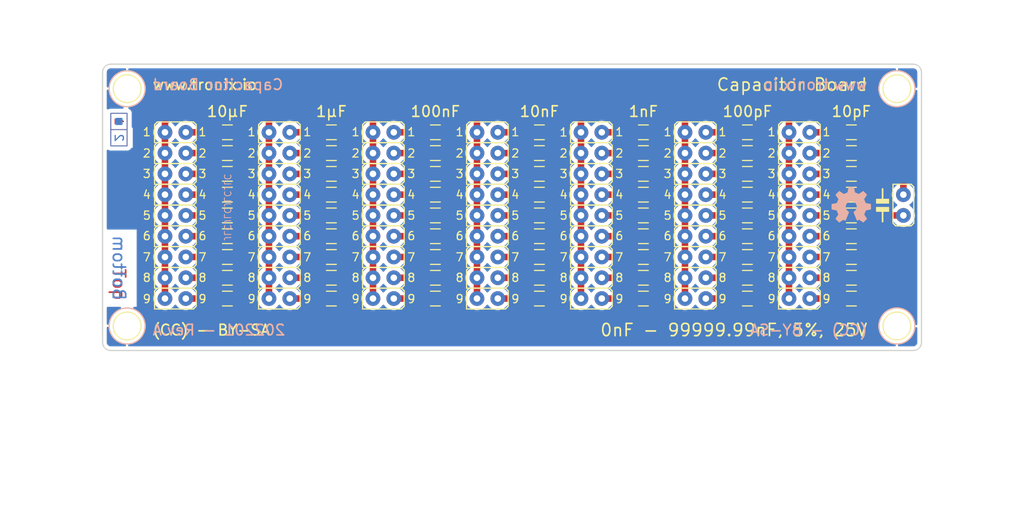
<source format=kicad_pcb>
(kicad_pcb (version 20211014) (generator pcbnew)
  (title_block (title "Capacitor Board") (date "01/2022") (rev "A"))
  (layers (0 "F.Cu" signal) (31 "B.Cu" signal) (34 "B.Paste" user) (35 "F.Paste" user) (36 "B.SilkS" user "B.Silkscreen") (37 "F.SilkS" user "F.Silkscreen") (38 "B.Mask" user) (39 "F.Mask" user) (44 "Edge.Cuts" user))
  (net 0 "")
  (net 1 "Net-(JP1-Pad1)")
  (net 2 "Net-(C1-Pad2)")
  (net 3 "Net-(C1-Pad1)")
  (net 4 "Net-(C2-Pad1)")
  (net 5 "Net-(C3-Pad1)")
  (net 6 "Net-(C4-Pad1)")
  (net 7 "Net-(C5-Pad1)")
  (net 8 "Net-(C6-Pad1)")
  (net 9 "Net-(C7-Pad1)")
  (net 10 "Net-(C8-Pad1)")
  (net 11 "Net-(C9-Pad1)")
  (net 12 "Net-(C10-Pad1)")
  (net 13 "Net-(C11-Pad1)")
  (net 14 "Net-(C12-Pad1)")
  (net 15 "Net-(C13-Pad1)")
  (net 16 "Net-(C14-Pad1)")
  (net 17 "Net-(C15-Pad1)")
  (net 18 "Net-(C16-Pad1)")
  (net 19 "Net-(C17-Pad1)")
  (net 20 "Net-(C18-Pad1)")
  (net 21 "Net-(C19-Pad1)")
  (net 22 "Net-(C20-Pad1)")
  (net 23 "Net-(C21-Pad1)")
  (net 24 "Net-(C22-Pad1)")
  (net 25 "Net-(C23-Pad1)")
  (net 26 "Net-(C24-Pad1)")
  (net 27 "Net-(C25-Pad1)")
  (net 28 "Net-(C26-Pad1)")
  (net 29 "Net-(C27-Pad1)")
  (net 30 "Net-(C28-Pad1)")
  (net 31 "Net-(C29-Pad1)")
  (net 32 "Net-(C30-Pad1)")
  (net 33 "Net-(C31-Pad1)")
  (net 34 "Net-(C32-Pad1)")
  (net 35 "Net-(C33-Pad1)")
  (net 36 "Net-(C34-Pad1)")
  (net 37 "Net-(C35-Pad1)")
  (net 38 "Net-(C36-Pad1)")
  (net 39 "Net-(C37-Pad1)")
  (net 40 "Net-(C38-Pad1)")
  (net 41 "Net-(C39-Pad1)")
  (net 42 "Net-(C40-Pad1)")
  (net 43 "Net-(C41-Pad1)")
  (net 44 "Net-(C42-Pad1)")
  (net 45 "Net-(C43-Pad1)")
  (net 46 "Net-(C44-Pad1)")
  (net 47 "Net-(C45-Pad1)")
  (net 48 "Net-(C46-Pad1)")
  (net 49 "Net-(C47-Pad1)")
  (net 50 "Net-(C48-Pad1)")
  (net 51 "Net-(C49-Pad1)")
  (net 52 "Net-(C50-Pad1)")
  (net 53 "Net-(C51-Pad1)")
  (net 54 "Net-(C52-Pad1)")
  (net 55 "Net-(C53-Pad1)")
  (net 56 "Net-(C54-Pad1)")
  (net 57 "Net-(C55-Pad1)")
  (net 58 "Net-(C56-Pad1)")
  (net 59 "Net-(C57-Pad1)")
  (net 60 "Net-(C58-Pad1)")
  (net 61 "Net-(C59-Pad1)")
  (net 62 "Net-(C60-Pad1)")
  (net 63 "Net-(C61-Pad1)")
  (net 64 "Net-(C62-Pad1)")
  (net 65 "Net-(C63-Pad1)")
  (footprint "tronixio:HARWIN-M20-999024x" (layer "F.Cu") (at 158.42 93.65 90)
    (fp_text reference "JP45")
    (fp_text value "HARWIN-254-M-1X02-JUMPER-VERTICAL")
  )
  (footprint "tronixio:HARWIN-M20-999024x" (layer "F.Cu") (at 120.32 75.87 90)
    (fp_text reference "JP11")
    (fp_text value "HARWIN-254-M-1X02-JUMPER-VERTICAL")
  )
  (footprint "tronixio:HARWIN-M20-7680-7683" (layer "F.Cu") (at 149 115)
    (fp_text reference "JP65" hide)
    (fp_text value "HARWIN-JUMPER-0254-14MM-BLACK" hide)
  )
  (footprint "tronixio:HARWIN-M20-999024x" (layer "F.Cu") (at 183.82 80.95 90)
    (fp_text reference "JP58")
    (fp_text value "HARWIN-254-M-1X02-JUMPER-VERTICAL")
  )
  (footprint "tronixio:HARWIN-M20-999024x" (layer "F.Cu") (at 171.12 88.57 90)
    (fp_text reference "JP52")
    (fp_text value "HARWIN-254-M-1X02-JUMPER-VERTICAL")
  )
  (footprint "tronixio:CAPACITOR-1206" (layer "F.Cu") (at 127.94 93.65)
    (fp_text reference "C18")
    (fp_text value "1µ")
  )
  (footprint "tronixio:CAPACITOR-1206" (layer "F.Cu") (at 127.94 86.03)
    (fp_text reference "C15")
    (fp_text value "1µ")
  )
  (footprint "tronixio:CAPACITOR-1206" (layer "F.Cu") (at 178.74 75.87)
    (fp_text reference "C47")
    (fp_text value "100p")
  )
  (footprint "tronixio:HARWIN-M20-999024x" (layer "F.Cu") (at 120.32 93.65 90)
    (fp_text reference "JP18")
    (fp_text value "HARWIN-254-M-1X02-JUMPER-VERTICAL")
  )
  (footprint "tronixio:HARWIN-M20-999024x" (layer "F.Cu") (at 145.72 73.33 90)
    (fp_text reference "JP28")
    (fp_text value "HARWIN-254-M-1X02-JUMPER-VERTICAL")
  )
  (footprint "tronixio:CAPACITOR-1206" (layer "F.Cu") (at 191.44 86.03)
    (fp_text reference "C60")
    (fp_text value "10p")
  )
  (footprint "tronixio:CAPACITOR-1206" (layer "F.Cu") (at 166.04 83.49)
    (fp_text reference "C41")
    (fp_text value "1n")
  )
  (footprint "tronixio:CAPACITOR-1206" (layer "F.Cu") (at 115.24 73.33)
    (fp_text reference "C1")
    (fp_text value "10µ")
  )
  (footprint "tronixio:CAPACITOR-1206" (layer "F.Cu") (at 191.44 73.33)
    (fp_text reference "C55")
    (fp_text value "10p")
  )
  (footprint "tronixio:CAPACITOR-1206" (layer "F.Cu") (at 127.94 75.87)
    (fp_text reference "C11")
    (fp_text value "1µ")
  )
  (footprint "tronixio:CAPACITOR-1206" (layer "F.Cu") (at 153.34 88.57)
    (fp_text reference "C34")
    (fp_text value "10n")
  )
  (footprint "tronixio:CAPACITOR-1206" (layer "F.Cu") (at 140.64 78.41)
    (fp_text reference "C21")
    (fp_text value "100n")
  )
  (footprint "tronixio:HARWIN-M20-7680-7683" (layer "F.Cu") (at 143 115)
    (fp_text reference "JP64" hide)
    (fp_text value "HARWIN-JUMPER-0254-14MM-BLACK" hide)
  )
  (footprint "tronixio:CAPACITOR-1206" (layer "F.Cu") (at 115.24 86.03)
    (fp_text reference "C6")
    (fp_text value "10µ")
  )
  (footprint "tronixio:HARWIN-M20-999024x" (layer "F.Cu") (at 158.42 73.33 90)
    (fp_text reference "JP37")
    (fp_text value "HARWIN-254-M-1X02-JUMPER-VERTICAL")
  )
  (footprint "tronixio:HARWIN-M20-999024x" (layer "F.Cu") (at 158.42 80.95 90)
    (fp_text reference "JP40")
    (fp_text value "HARWIN-254-M-1X02-JUMPER-VERTICAL")
  )
  (footprint "tronixio:CAPACITOR-1206" (layer "F.Cu") (at 178.74 78.41)
    (fp_text reference "C48")
    (fp_text value "100p")
  )
  (footprint "tronixio:CAPACITOR-1206" (layer "F.Cu") (at 166.04 73.33)
    (fp_text reference "C37")
    (fp_text value "1n")
  )
  (footprint "tronixio:HARWIN-M20-999024x" (layer "F.Cu") (at 107.62 88.57 90)
    (fp_text reference "JP7")
    (fp_text value "HARWIN-254-M-1X02-JUMPER-VERTICAL")
  )
  (footprint "tronixio:CAPACITOR-1206" (layer "F.Cu") (at 127.94 80.95)
    (fp_text reference "C13")
    (fp_text value "1µ")
  )
  (footprint "tronixio:HARWIN-M20-999024x" (layer "F.Cu") (at 133.02 83.49 90)
    (fp_text reference "JP23")
    (fp_text value "HARWIN-254-M-1X02-JUMPER-VERTICAL")
  )
  (footprint "tronixio:HARWIN-M20-999024x" (layer "F.Cu") (at 171.12 73.33 90)
    (fp_text reference "JP46")
    (fp_text value "HARWIN-254-M-1X02-JUMPER-VERTICAL")
  )
  (footprint "tronixio:HARWIN-M20-7680-7683" (layer "F.Cu") (at 167 115)
    (fp_text reference "JP68" hide)
    (fp_text value "HARWIN-JUMPER-0254-14MM-BLACK" hide)
  )
  (footprint "tronixio:CAPACITOR-1206" (layer "F.Cu") (at 140.64 86.03)
    (fp_text reference "C24")
    (fp_text value "100n")
  )
  (footprint "tronixio:HARWIN-M20-999024x" (layer "F.Cu") (at 183.82 78.41 90)
    (fp_text reference "JP57")
    (fp_text value "HARWIN-254-M-1X02-JUMPER-VERTICAL")
  )
  (footprint "tronixio:HARWIN-M20-999024x" (layer "F.Cu") (at 171.12 91.11 90)
    (fp_text reference "JP53")
    (fp_text value "HARWIN-254-M-1X02-JUMPER-VERTICAL")
  )
  (footprint "tronixio:KEYSTONE-9056" (layer "F.Cu") (at 197 68)
    (fp_text reference "H9" hide)
    (fp_text value "KEYSTONE-9056" hide)
  )
  (footprint "tronixio:HARWIN-M20-999024x" (layer "F.Cu") (at 145.72 86.03 90)
    (fp_text reference "JP33")
    (fp_text value "HARWIN-254-M-1X02-JUMPER-VERTICAL")
  )
  (footprint "tronixio:HARWIN-M20-999024x" (layer "F.Cu") (at 171.12 93.65 90)
    (fp_text reference "JP54")
    (fp_text value "HARWIN-254-M-1X02-JUMPER-VERTICAL")
  )
  (footprint "tronixio:HARWIN-M20-999024x" (layer "F.Cu") (at 145.72 93.65 90)
    (fp_text reference "JP36")
    (fp_text value "HARWIN-254-M-1X02-JUMPER-VERTICAL")
  )
  (footprint "tronixio:CAPACITOR-1206" (layer "F.Cu") (at 178.74 88.57)
    (fp_text reference "C52")
    (fp_text value "100p")
  )
  (footprint "tronixio:HARWIN-M20-999024x" (layer "F.Cu") (at 158.42 91.11 90)
    (fp_text reference "JP44")
    (fp_text value "HARWIN-254-M-1X02-JUMPER-VERTICAL")
  )
  (footprint "tronixio:HARWIN-M20-7680-7683" (layer "F.Cu") (at 185 115)
    (fp_text reference "JP71" hide)
    (fp_text value "HARWIN-JUMPER-0254-14MM-BLACK" hide)
  )
  (footprint "tronixio:CAPACITOR-1206" (layer "F.Cu") (at 140.64 88.57)
    (fp_text reference "C25")
    (fp_text value "100n")
  )
  (footprint "tronixio:CAPACITOR-1206" (layer "F.Cu") (at 127.94 83.49)
    (fp_text reference "C14")
    (fp_text value "1µ")
  )
  (footprint "tronixio:CAPACITOR-1206" (layer "F.Cu") (at 115.24 91.11)
    (fp_text reference "C8")
    (fp_text value "10µ")
  )
  (footprint "tronixio:CAPACITOR-1206" (layer "F.Cu") (at 191.44 83.49)
    (fp_text reference "C59")
    (fp_text value "10p")
  )
  (footprint "tronixio:CAPACITOR-1206" (layer "F.Cu") (at 178.74 80.95)
    (fp_text reference "C49")
    (fp_text value "100p")
  )
  (footprint "tronixio:HARWIN-M20-7680-7683" (layer "F.Cu") (at 173 115)
    (fp_text reference "JP69" hide)
    (fp_text value "HARWIN-JUMPER-0254-14MM-BLACK" hide)
  )
  (footprint "tronixio:HARWIN-M20-999024x" (layer "F.Cu") (at 171.12 75.87 90)
    (fp_text reference "JP47")
    (fp_text value "HARWIN-254-M-1X02-JUMPER-VERTICAL")
  )
  (footprint "tronixio:HARWIN-M20-999024x" (layer "F.Cu") (at 183.82 75.87 90)
    (fp_text reference "JP56")
    (fp_text value "HARWIN-254-M-1X02-JUMPER-VERTICAL")
  )
  (footprint "tronixio:HARWIN-M20-999024x" (layer "F.Cu") (at 171.12 86.03 90)
    (fp_text reference "JP51")
    (fp_text value "HARWIN-254-M-1X02-JUMPER-VERTICAL")
  )
  (footprint "tronixio:HARWIN-M20-7680-7683" (layer "F.Cu") (at 179 115)
    (fp_text reference "JP70" hide)
    (fp_text value "HARWIN-JUMPER-0254-14MM-BLACK" hide)
  )
  (footprint "tronixio:HARWIN-M20-999024x" (layer "F.Cu") (at 145.72 88.57 90)
    (fp_text reference "JP34")
    (fp_text value "HARWIN-254-M-1X02-JUMPER-VERTICAL")
  )
  (footprint "tronixio:CAPACITOR-1206" (layer "F.Cu") (at 127.94 73.33)
    (fp_text reference "C10")
    (fp_text value "1µ")
  )
  (footprint "tronixio:CAPACITOR-1206" (layer "F.Cu") (at 178.74 86.03)
    (fp_text reference "C51")
    (fp_text value "100p")
  )
  (footprint "tronixio:HARWIN-M20-999024x" (layer "F.Cu") (at 183.82 73.33 90)
    (fp_text reference "JP55")
    (fp_text value "HARWIN-254-M-1X02-JUMPER-VERTICAL")
  )
  (footprint "tronixio:CAPACITOR-1206" (layer "F.Cu") (at 166.04 75.87)
    (fp_text reference "C38")
    (fp_text value "1n")
  )
  (footprint "tronixio:HARWIN-M20-999024x" (layer "F.Cu") (at 197.79 80.95)
    (fp_text reference "K1")
    (fp_text value "Capacitor")
  )
  (footprint "tronixio:HARWIN-M20-999024x" (layer "F.Cu") (at 120.32 80.95 90)
    (fp_text reference "JP13")
    (fp_text value "HARWIN-254-M-1X02-JUMPER-VERTICAL")
  )
  (footprint "tronixio:CAPACITOR-1206" (layer "F.Cu") (at 191.44 93.65)
    (fp_text reference "C63")
    (fp_text value "10p")
  )
  (footprint "tronixio:HARWIN-M20-999024x" (layer "F.Cu") (at 107.62 80.95 90)
    (fp_text reference "JP4")
    (fp_text value "HARWIN-254-M-1X02-JUMPER-VERTICAL")
  )
  (footprint "tronixio:CAPACITOR-1206" (layer "F.Cu") (at 191.44 88.57)
    (fp_text reference "C61")
    (fp_text value "10p")
  )
  (footprint "tronixio:CAPACITOR-1206" (layer "F.Cu") (at 191.44 91.11)
    (fp_text reference "C62")
    (fp_text value "10p")
  )
  (footprint "tronixio:HARWIN-M20-999024x" (layer "F.Cu") (at 133.02 80.95 90)
    (fp_text reference "JP22")
    (fp_text value "HARWIN-254-M-1X02-JUMPER-VERTICAL")
  )
  (footprint "tronixio:CAPACITOR-1206" (layer "F.Cu") (at 140.64 93.65)
    (fp_text reference "C27")
    (fp_text value "100n")
  )
  (footprint "tronixio:CAPACITOR-1206" (layer "F.Cu") (at 166.04 88.57)
    (fp_text reference "C43")
    (fp_text value "1n")
  )
  (footprint "tronixio:HARWIN-M20-999024x" (layer "F.Cu") (at 120.32 78.41 90)
    (fp_text reference "JP12")
    (fp_text value "HARWIN-254-M-1X02-JUMPER-VERTICAL")
  )
  (footprint "tronixio:HARWIN-M20-999024x" (layer "F.Cu") (at 133.02 88.57 90)
    (fp_text reference "JP25")
    (fp_text value "HARWIN-254-M-1X02-JUMPER-VERTICAL")
  )
  (footprint "tronixio:CAPACITOR-1206" (layer "F.Cu") (at 153.34 78.41)
    (fp_text reference "C30")
    (fp_text value "10n")
  )
  (footprint "tronixio:CAPACITOR-1206" (layer "F.Cu") (at 153.34 93.65)
    (fp_text reference "C36")
    (fp_text value "10n")
  )
  (footprint "tronixio:HARWIN-M20-999024x" (layer "F.Cu") (at 107.62 93.65 90)
    (fp_text reference "JP9")
    (fp_text value "HARWIN-254-M-1X02-JUMPER-VERTICAL")
  )
  (footprint "tronixio:HARWIN-M20-999024x" (layer "F.Cu") (at 107.62 83.49 90)
    (fp_text reference "JP5")
    (fp_text value "HARWIN-254-M-1X02-JUMPER-VERTICAL")
  )
  (footprint "tronixio:CAPACITOR-1206" (layer "F.Cu") (at 115.24 93.65)
    (fp_text reference "C9")
    (fp_text value "10µ")
  )
  (footprint "tronixio:HARWIN-M20-999024x" (layer "F.Cu") (at 120.32 91.11 90)
    (fp_text reference "JP17")
    (fp_text value "HARWIN-254-M-1X02-JUMPER-VERTICAL")
  )
  (footprint "tronixio:CAPACITOR-1206" (layer "F.Cu") (at 166.04 78.41)
    (fp_text reference "C39")
    (fp_text value "1n")
  )
  (footprint "tronixio:CAPACITOR-1206" (layer "F.Cu") (at 115.24 75.87)
    (fp_text reference "C2")
    (fp_text value "10µ")
  )
  (footprint "tronixio:KEYSTONE-9056" (layer "F.Cu") (at 103 97)
    (fp_text reference "H3" hide)
    (fp_text value "KEYSTONE-9056" hide)
  )
  (footprint "tronixio:HARWIN-M20-7680-7683" (layer "F.Cu") (at 191 115)
    (fp_text reference "JP72" hide)
    (fp_text value "HARWIN-JUMPER-0254-14MM-BLACK" hide)
  )
  (footprint "tronixio:CAPACITOR-1206" (layer "F.Cu") (at 178.74 73.33)
    (fp_text reference "C46")
    (fp_text value "100p")
  )
  (footprint "tronixio:HARWIN-M20-999024x" (layer "F.Cu") (at 183.82 83.49 90)
    (fp_text reference "JP59")
    (fp_text value "HARWIN-254-M-1X02-JUMPER-VERTICAL")
  )
  (footprint "tronixio:CAPACITOR-1206" (layer "F.Cu") (at 127.94 88.57)
    (fp_text reference "C16")
    (fp_text value "1µ")
  )
  (footprint "tronixio:HARWIN-M20-7680-7683" (layer "F.Cu") (at 197 115)
    (fp_text reference "JP73" hide)
    (fp_text value "HARWIN-JUMPER-0254-14MM-BLACK" hide)
  )
  (footprint "tronixio:CAPACITOR-1206" (layer "F.Cu") (at 153.34 83.49)
    (fp_text reference "C32")
    (fp_text value "10n")
  )
  (footprint "tronixio:HARWIN-M20-999024x" (layer "F.Cu") (at 133.02 93.65 90)
    (fp_text reference "JP27")
    (fp_text value "HARWIN-254-M-1X02-JUMPER-VERTICAL")
  )
  (footprint "tronixio:CAPACITOR-1206" (layer "F.Cu") (at 115.24 83.49)
    (fp_text reference "C5")
    (fp_text value "10µ")
  )
  (footprint "tronixio:HARWIN-M20-999024x" (layer "F.Cu") (at 133.02 91.11 90)
    (fp_text reference "JP26")
    (fp_text value "HARWIN-254-M-1X02-JUMPER-VERTICAL")
  )
  (footprint "tronixio:HARWIN-M20-999024x" (layer "F.Cu") (at 145.72 80.95 90)
    (fp_text reference "JP31")
    (fp_text value "HARWIN-254-M-1X02-JUMPER-VERTICAL")
  )
  (footprint "tronixio:HARWIN-M20-999024x" (layer "F.Cu") (at 145.72 83.49 90)
    (fp_text reference "JP32")
    (fp_text value "HARWIN-254-M-1X02-JUMPER-VERTICAL")
  )
  (footprint "tronixio:KEYSTONE-9056" (layer "F.Cu") (at 197 97)
    (fp_text reference "H6" hide)
    (fp_text value "KEYSTONE-9056" hide)
  )
  (footprint "tronixio:HARWIN-M20-999024x" (layer "F.Cu") (at 158.42 83.49 90)
    (fp_text reference "JP41")
    (fp_text value "HARWIN-254-M-1X02-JUMPER-VERTICAL")
  )
  (footprint "tronixio:CAPACITOR-1206" (layer "F.Cu") (at 178.74 93.65)
    (fp_text reference "C54")
    (fp_text value "100p")
  )
  (footprint "tronixio:HARWIN-M20-999024x" (layer "F.Cu") (at 133.02 73.33 90)
    (fp_text reference "JP19")
    (fp_text value "HARWIN-254-M-1X02-JUMPER-VERTICAL")
  )
  (footprint "tronixio:CAPACITOR-1206" (layer "F.Cu") (at 140.64 83.49)
    (fp_text reference "C23")
    (fp_text value "100n")
  )
  (footprint "tronixio:HARWIN-M20-999024x" (layer "F.Cu") (at 133.02 86.03 90)
    (fp_text reference "JP24")
    (fp_text value "HARWIN-254-M-1X02-JUMPER-VERTICAL")
  )
  (footprint "tronixio:CAPACITOR-1206" (layer "F.Cu") (at 115.24 88.57)
    (fp_text reference "C7")
    (fp_text value "10µ")
  )
  (footprint "tronixio:HARWIN-M20-7680-7683" (layer "F.Cu") (at 155 115)
    (fp_text reference "JP66" hide)
    (fp_text value "HARWIN-JUMPER-0254-14MM-BLACK" hide)
  )
  (footprint "tronixio:CAPACITOR-1206" (layer "F.Cu") (at 115.24 78.41)
    (fp_text reference "C3")
    (fp_text value "10µ")
  )
  (footprint "tronixio:HARWIN-M20-999024x" (layer "F.Cu") (at 171.12 78.41 90)
    (fp_text reference "JP48")
    (fp_text value "HARWIN-254-M-1X02-JUMPER-VERTICAL")
  )
  (footprint "tronixio:HARWIN-M20-999024x" (layer "F.Cu") (at 133.02 75.87 90)
    (fp_text reference "JP20")
    (fp_text value "HARWIN-254-M-1X02-JUMPER-VERTICAL")
  )
  (footprint "tronixio:CAPACITOR-1206" (layer "F.Cu") (at 166.04 93.65)
    (fp_text reference "C45")
    (fp_text value "1n")
  )
  (footprint "tronixio:HARWIN-M20-999024x" (layer "F.Cu") (at 158.42 78.41 90)
    (fp_text reference "JP39")
    (fp_text value "HARWIN-254-M-1X02-JUMPER-VERTICAL")
  )
  (footprint "tronixio:CAPACITOR-1206" (layer "F.Cu") (at 153.34 80.95)
    (fp_text reference "C31")
    (fp_text value "10n")
  )
  (footprint "tronixio:HARWIN-M20-999024x" (layer "F.Cu") (at 158.42 88.57 90)
    (fp_text reference "JP43")
    (fp_text value "HARWIN-254-M-1X02-JUMPER-VERTICAL")
  )
  (footprint "tronixio:CAPACITOR-1206" (layer "F.Cu") (at 140.64 75.87)
    (fp_text reference "C20")
    (fp_text value "100n")
  )
  (footprint "tronixio:CAPACITOR-1206" (layer "F.Cu") (at 153.34 75.87)
    (fp_text reference "C29")
    (fp_text value "10n")
  )
  (footprint "tronixio:HARWIN-M20-999024x" (layer "F.Cu") (at 171.12 83.49 90)
    (fp_text reference "JP50")
    (fp_text value "HARWIN-254-M-1X02-JUMPER-VERTICAL")
  )
  (footprint "tronixio:HARWIN-M20-999024x" (layer "F.Cu") (at 107.62 78.41 90)
    (fp_text reference "JP3")
    (fp_text value "HARWIN-254-M-1X02-JUMPER-VERTICAL")
  )
  (footprint "tronixio:HARWIN-M20-999024x" (layer "F.Cu") (at 120.32 88.57 90)
    (fp_text reference "JP16")
    (fp_text value "HARWIN-254-M-1X02-JUMPER-VERTICAL")
  )
  (footprint "tronixio:CAPACITOR-1206" (layer "F.Cu") (at 166.04 86.03)
    (fp_text reference "C42")
    (fp_text value "1n")
  )
  (footprint "tronixio:CAPACITOR-1206" (layer "F.Cu") (at 115.24 80.95)
    (fp_text reference "C4")
    (fp_text value "10µ")
  )
  (footprint "tronixio:CAPACITOR-1206" (layer "F.Cu") (at 153.34 91.11)
    (fp_text reference "C35")
    (fp_text value "10n")
  )
  (footprint "tronixio:HARWIN-M20-999024x" (layer "F.Cu") (at 145.72 75.87 90)
    (fp_text reference "JP29")
    (fp_text value "HARWIN-254-M-1X02-JUMPER-VERTICAL")
  )
  (footprint "tronixio:HARWIN-M20-999024x" (layer "F.Cu") (at 133.02 78.41 90)
    (fp_text reference "JP21")
    (fp_text value "HARWIN-254-M-1X02-JUMPER-VERTICAL")
  )
  (footprint "tronixio:HARWIN-M20-999024x" (layer "F.Cu") (at 158.42 75.87 90)
    (fp_text reference "JP38")
    (fp_text value "HARWIN-254-M-1X02-JUMPER-VERTICAL")
  )
  (footprint "tronixio:KEYSTONE-9056" (layer "F.Cu") (at 103 68)
    (fp_text reference "H12" hide)
    (fp_text value "KEYSTONE-9056" hide)
  )
  (footprint "tronixio:CAPACITOR-1206" (layer "F.Cu") (at 191.44 80.95)
    (fp_text reference "C58")
    (fp_text value "10p")
  )
  (footprint "tronixio:CAPACITOR-1206" (layer "F.Cu") (at 127.94 78.41)
    (fp_text reference "C12")
    (fp_text value "1µ")
  )
  (footprint "tronixio:HARWIN-M20-999024x" (layer "F.Cu") (at 107.62 86.03 90)
    (fp_text reference "JP6")
    (fp_text value "HARWIN-254-M-1X02-JUMPER-VERTICAL")
  )
  (footprint "tronixio:HARWIN-M20-999024x" (layer "F.Cu") (at 158.42 86.03 90)
    (fp_text reference "JP42")
    (fp_text value "HARWIN-254-M-1X02-JUMPER-VERTICAL")
  )
  (footprint "tronixio:HARWIN-M20-999024x" (layer "F.Cu") (at 183.82 88.57 90)
    (fp_text reference "JP61")
    (fp_text value "HARWIN-254-M-1X02-JUMPER-VERTICAL")
  )
  (footprint "tronixio:HARWIN-M20-999024x" (layer "F.Cu") (at 183.82 91.11 90)
    (fp_text reference "JP62")
    (fp_text value "HARWIN-254-M-1X02-JUMPER-VERTICAL")
  )
  (footprint "tronixio:HARWIN-M20-999024x" (layer "F.Cu") (at 145.72 78.41 90)
    (fp_text reference "JP30")
    (fp_text value "HARWIN-254-M-1X02-JUMPER-VERTICAL")
  )
  (footprint "tronixio:CAPACITOR-1206" (layer "F.Cu") (at 191.44 75.87)
    (fp_text reference "C56")
    (fp_text value "10p")
  )
  (footprint "tronixio:CAPACITOR-1206" (layer "F.Cu") (at 178.74 91.11)
    (fp_text reference "C53")
    (fp_text value "100p")
  )
  (footprint "tronixio:CAPACITOR-1206" (layer "F.Cu") (at 140.64 80.95)
    (fp_text reference "C22")
    (fp_text value "100n")
  )
  (footprint "tronixio:HARWIN-M20-999024x" (layer "F.Cu") (at 171.12 80.95 90)
    (fp_text reference "JP49")
    (fp_text value "HARWIN-254-M-1X02-JUMPER-VERTICAL")
  )
  (footprint "tronixio:HARWIN-M20-999024x" (layer "F.Cu") (at 120.32 86.03 90)
    (fp_text reference "JP15")
    (fp_text value "HARWIN-254-M-1X02-JUMPER-VERTICAL")
  )
  (footprint "tronixio:HARWIN-M20-999024x" (layer "F.Cu") (at 120.32 73.33 90)
    (fp_text reference "JP10")
    (fp_text value "HARWIN-254-M-1X02-JUMPER-VERTICAL")
  )
  (footprint "tronixio:CAPACITOR-1206" (layer "F.Cu") (at 140.64 73.33)
    (fp_text reference "C19")
    (fp_text value "100n")
  )
  (footprint "tronixio:HARWIN-M20-999024x" (layer "F.Cu") (at 120.32 83.49 90)
    (fp_text reference "JP14")
    (fp_text value "HARWIN-254-M-1X02-JUMPER-VERTICAL")
  )
  (footprint "tronixio:CAPACITOR-1206" (layer "F.Cu") (at 166.04 91.11)
    (fp_text reference "C44")
    (fp_text value "1n")
  )
  (footprint "tronixio:CAPACITOR-1206" (layer "F.Cu") (at 178.74 83.49)
    (fp_text reference "C50")
    (fp_text value "100p")
  )
  (footprint "tronixio:HARWIN-M20-999024x" (layer "F.Cu") (at 145.72 91.11 90)
    (fp_text reference "JP35")
    (fp_text value "HARWIN-254-M-1X02-JUMPER-VERTICAL")
  )
  (footprint "tronixio:HARWIN-M20-7680-7683" (layer "F.Cu") (at 161 115)
    (fp_text reference "JP67" hide)
    (fp_text value "HARWIN-JUMPER-0254-14MM-BLACK" hide)
  )
  (footprint "tronixio:HARWIN-M20-999024x" (layer "F.Cu") (at 107.62 75.87 90)
    (fp_text reference "JP2")
    (fp_text value "HARWIN-254-M-1X02-JUMPER-VERTICAL")
  )
  (footprint "tronixio:HARWIN-M20-999024x" (layer "F.Cu") (at 107.62 91.11 90)
    (fp_text reference "JP8")
    (fp_text value "HARWIN-254-M-1X02-JUMPER-VERTICAL")
  )
  (footprint "tronixio:CAPACITOR-1206" (layer "F.Cu") (at 127.94 91.11)
    (fp_text reference "C17")
    (fp_text value "1µ")
  )
  (footprint "tronixio:HARWIN-M20-999024x" (layer "F.Cu") (at 183.82 86.03 90)
    (fp_text reference "JP60")
    (fp_text value "HARWIN-254-M-1X02-JUMPER-VERTICAL")
  )
  (footprint "tronixio:CAPACITOR-1206" (layer "F.Cu") (at 166.04 80.95)
    (fp_text reference "C40")
    (fp_text value "1n")
  )
  (footprint "tronixio:HARWIN-M20-999024x" (layer "F.Cu") (at 107.62 73.33 90)
    (fp_text reference "JP1")
    (fp_text value "HARWIN-254-M-1X02-JUMPER-VERTICAL")
  )
  (footprint "tronixio:CAPACITOR-1206" (layer "F.Cu") (at 153.34 73.33)
    (fp_text reference "C28")
    (fp_text value "10n")
  )
  (footprint "tronixio:CAPACITOR-1206" (layer "F.Cu") (at 153.34 86.03)
    (fp_text reference "C33")
    (fp_text value "10n")
  )
  (footprint "tronixio:CAPACITOR-1206" (layer "F.Cu") (at 191.44 78.41)
    (fp_text reference "C57")
    (fp_text value "10p")
  )
  (footprint "tronixio:HARWIN-M20-999024x" (layer "F.Cu") (at 183.82 93.65 90)
    (fp_text reference "JP63")
    (fp_text value "HARWIN-254-M-1X02-JUMPER-VERTICAL")
  )
  (footprint "tronixio:CAPACITOR-1206" (layer "F.Cu") (at 140.64 91.11)
    (fp_text reference "C26")
    (fp_text value "100n")
  )
  (footprint "tronixio:OSHW-5MM" (layer "B.Cu") (at 191.44 82.22 180)
    (fp_text reference "GB" hide)
    (fp_text value "LOGO" hide)
  )
  (gr_rect (start 101 71) (end 103 75) (layer "F.Cu") (width 0.1) (fill none))
  (gr_line (start 101 73) (end 103 73) (layer "F.Cu") (width 0.1))
  (gr_line (start 101 73) (end 103 73) (layer "B.Cu") (width 0.1))
  (gr_rect (start 101 71) (end 103 75) (layer "B.Cu") (width 0.1) (fill none))
  (gr_rect (start 194.5 82) (end 196 81.5) (layer "F.SilkS") (width 0.1) (fill solid))
  (gr_rect (start 194.5 83) (end 196 82.5) (layer "F.SilkS") (width 0.1) (fill solid))
  (gr_line (start 195.25 80.25) (end 195.25 81.5) (layer "F.SilkS") (width 0.2))
  (gr_line (start 195.25 83) (end 195.25 84.25) (layer "F.SilkS") (width 0.2))
  (gr_arc (start 200 99) (mid 199.707107 99.707107) (end 199 100) (layer "Edge.Cuts") (width 0.15))
  (gr_arc (start 199 65) (mid 199.707107 65.292893) (end 200 66) (layer "Edge.Cuts") (width 0.15))
  (gr_line locked (start 199 65) (end 101 65) (layer "Edge.Cuts") (width 0.15))
  (gr_line locked (start 100 66) (end 100 99) (layer "Edge.Cuts") (width 0.15))
  (gr_line locked (start 101 100) (end 199 100) (layer "Edge.Cuts") (width 0.15))
  (gr_line (start 200 99) (end 200 66) (layer "Edge.Cuts") (width 0.15))
  (gr_arc (start 101 100) (mid 100.292893 99.707107) (end 100 99) (layer "Edge.Cuts") (width 0.15))
  (gr_arc (start 100 66) (mid 100.292893 65.292893) (end 101 65) (layer "Edge.Cuts") (width 0.15))
  (gr_text "Top" (at 102 94 270) (layer "F.Cu") (effects (font (size 1.5 1.5) (thickness 0.2)) (justify right)))
  (gr_text "1" (at 102 72 270) (layer "F.Cu") (effects (font (size 1 1))))
  (gr_text "2" (at 102 74 270) (layer "B.Cu") (effects (font (size 1 1)) (justify mirror)))
  (gr_text "Bottom" (at 102 94 270) (layer "B.Cu") (effects (font (size 1.5 1.5) (thickness 0.2)) (justify left mirror)))
  (gr_text "(CC) - BY-SA" (at 193.5 97.5) (layer "B.SilkS") (effects (font (size 1.3 1.3) (thickness 0.2)) (justify left mirror)))
  (gr_text "202201 - Rev.A" (at 106 97.5) (layer "B.SilkS") (effects (font (size 1.3 1.3) (thickness 0.2)) (justify right mirror)))
  (gr_text "Capacitor Board" (at 106 67.5) (layer "B.SilkS") (effects (font (size 1.3 1.3) (thickness 0.2)) (justify right mirror)))
  (gr_text "www.tronix.io" (at 193.5 67.5) (layer "B.SilkS") (effects (font (size 1.3 1.3) (thickness 0.2)) (justify left mirror)))
  (gr_text "JLCJLCJLCJLC" (at 115.24 82.5 270) (layer "B.SilkS") (effects (font (size 0.8 0.8) (thickness 0.1)) (justify mirror)))
  (gr_text "6" (at 143.6 86) (layer "F.SilkS") (effects (font (size 1 1))))
  (gr_text "6" (at 112.2 86) (layer "F.SilkS") (effects (font (size 1 1))))
  (gr_text "5" (at 130.9 83.5) (layer "F.SilkS") (effects (font (size 1 1))))
  (gr_text "5" (at 163.1 83.5) (layer "F.SilkS") (effects (font (size 1 1))))
  (gr_text "2" (at 150.4 75.9) (layer "F.SilkS") (effects (font (size 1 1))))
  (gr_text "7" (at 118.2 88.6) (layer "F.SilkS") (effects (font (size 1 1))))
  (gr_text "2" (at 143.6 75.9) (layer "F.SilkS") (effects (font (size 1 1))))
  (gr_text "3" (at 169 78.4) (layer "F.SilkS") (effects (font (size 1 1))))
  (gr_text "3" (at 175.7 78.4) (layer "F.SilkS") (effects (font (size 1 1))))
  (gr_text "100nF" (at 140.64 70.79) (layer "F.SilkS") (effects (font (size 1.3 1.3) (thickness 0.2))))
  (gr_text "8" (at 163.1 91.1) (layer "F.SilkS") (effects (font (size 1 1))))
  (gr_text "3" (at 130.9 78.4) (layer "F.SilkS") (effects (font (size 1 1))))
  (gr_text "4" (at 118.2 80.95) (layer "F.SilkS") (effects (font (size 1 1))))
  (gr_text "2" (at 118.2 75.9) (layer "F.SilkS") (effects (font (size 1 1))))
  (gr_text "8" (at 143.6 91.1) (layer "F.SilkS") (effects (font (size 1 1))))
  (gr_text "9" (at 105.4 93.7) (layer "F.SilkS") (effects (font (size 1 1))))
  (gr_text "3" (at 118.2 78.4) (layer "F.SilkS") (effects (font (size 1 1))))
  (gr_text "6" (at 169 86) (layer "F.SilkS") (effects (font (size 1 1))))
  (gr_text "6" (at 181.7 86) (layer "F.SilkS") (effects (font (size 1 1))))
  (gr_text "3" (at 181.7 78.4) (layer "F.SilkS") (effects (font (size 1 1))))
  (gr_text "1" (at 118.2 73.3) (layer "F.SilkS") (effects (font (size 1 1))))
  (gr_text "1" (at 156.3 73.33) (layer "F.SilkS") (effects (font (size 1 1))))
  (gr_text "2" (at 137.7 75.9) (layer "F.SilkS") (effects (font (size 1 1))))
  (gr_text "9" (at 125 93.7) (layer "F.SilkS") (effects (font (size 1 1))))
  (gr_text "6" (at 118.2 86) (layer "F.SilkS") (effects (font (size 1 1))))
  (gr_text "2" (at 105.4 75.9) (layer "F.SilkS") (effects (font (size 1 1))))
  (gr_text "3" (at 150.4 78.4) (layer "F.SilkS") (effects (font (size 1 1))))
  (gr_text "4" (at 112.2 80.95) (layer "F.SilkS") (effects (font (size 1 1))))
  (gr_text "4" (at 175.7 80.95) (layer "F.SilkS") (effects (font (size 1 1))))
  (gr_text "4" (at 163.1 80.95) (layer "F.SilkS") (effects (font (size 1 1))))
  (gr_text "6" (at 188.4 86) (layer "F.SilkS") (effects (font (size 1 1))))
  (gr_text "8" (at 105.4 91.1) (layer "F.SilkS") (effects (font (size 1 1))))
  (gr_text "0nF - 99999.99nF, 5%, 25V" (at 193.5 97.5) (layer "F.SilkS") (effects (font (size 1.5 1.5) (thickness 0.2)) (justify right)))
  (gr_text "9" (at 175.7 93.7) (layer "F.SilkS") (effects (font (size 1 1))))
  (gr_text "2" (at 175.7 75.9) (layer "F.SilkS") (effects (font (size 1 1))))
  (gr_text "3" (at 137.7 78.4) (layer "F.SilkS") (effects (font (size 1 1))))
  (gr_text "8" (at 112.2 91.1) (layer "F.SilkS") (effects (font (size 1 1))))
  (gr_text "1" (at 188.4 73.3) (layer "F.SilkS") (effects (font (size 1 1))))
  (gr_text "6" (at 150.4 86) (layer "F.SilkS") (effects (font (size 1 1))))
  (gr_text "5" (at 143.6 83.5) (layer "F.SilkS") (effects (font (size 1 1))))
  (gr_text "1" (at 175.7 73.3) (layer "F.SilkS") (effects (font (size 1 1))))
  (gr_text "3" (at 163.1 78.4) (layer "F.SilkS") (effects (font (size 1 1))))
  (gr_text "2" (at 156.3 75.9) (layer "F.SilkS") (effects (font (size 1 1))))
  (gr_text "9" (at 150.4 93.7) (layer "F.SilkS") (effects (font (size 1 1))))
  (gr_text "8" (at 175.7 91.1) (layer "F.SilkS") (effects (font (size 1 1))))
  (gr_text "1" (at 112.2 73.3) (layer "F.SilkS") (effects (font (size 1 1))))
  (gr_text "1" (at 169 73.3) (layer "F.SilkS") (effects (font (size 1 1))))
  (gr_text "6" (at 163.1 86) (layer "F.SilkS") (effects (font (size 1 1))))
  (gr_text "3" (at 156.3 78.4) (layer "F.SilkS") (effects (font (size 1 1))))
  (gr_text "7" (at 175.7 88.6) (layer "F.SilkS") (effects (font (size 1 1))))
  (gr_text "5" (at 105.4 83.5) (layer "F.SilkS") (effects (font (size 1 1))))
  (gr_text "5" (at 112.2 83.5) (layer "F.SilkS") (effects (font (size 1 1))))
  (gr_text "8" (at 150.4 91.1) (layer "F.SilkS") (effects (font (size 1 1))))
  (gr_text "www.tronix.io" (at 106 67.5) (layer "F.SilkS") (effects (font (size 1.3 1.3) (thickness 0.2)) (justify left)))
  (gr_text "7" (at 137.7 88.6) (layer "F.SilkS") (effects (font (size 1 1))))
  (gr_text "1" (at 150.4 73.3) (layer "F.SilkS") (effects (font (size 1 1))))
  (gr_text "4" (at 156.3 80.95) (layer "F.SilkS") (effects (font (size 1 1))))
  (gr_text "8" (at 169 91.1) (layer "F.SilkS") (effects (font (size 1 1))))
  (gr_text "7" (at 169 88.6) (layer "F.SilkS") (effects (font (size 1 1))))
  (gr_text "1µF" (at 127.94 70.79) (layer "F.SilkS") (effects (font (size 1.3 1.3) (thickness 0.2))))
  (gr_text "5" (at 150.4 83.5) (layer "F.SilkS") (effects (font (size 1 1))))
  (gr_text "9" (at 181.7 93.7) (layer "F.SilkS") (effects (font (size 1 1))))
  (gr_text "7" (at 188.4 88.6) (layer "F.SilkS") (effects (font (size 1 1))))
  (gr_text "4" (at 130.9 80.95) (layer "F.SilkS") (effects (font (size 1 1))))
  (gr_text "2" (at 125 75.9) (layer "F.SilkS") (effects (font (size 1 1))))
  (gr_text "3" (at 105.4 78.4) (layer "F.SilkS") (effects (font (size 1 1))))
  (gr_text "5" (at 125 83.5) (layer "F.SilkS") (effects (font (size 1 1))))
  (gr_text "6" (at 137.7 86) (layer "F.SilkS") (effects (font (size 1 1))))
  (gr_text "100pF" (at 178.74 70.79) (layer "F.SilkS") (effects (font (size 1.3 1.3) (thickness 0.2))))
  (gr_text "8" (at 125 91.1) (layer "F.SilkS") (effects (font (size 1 1))))
  (gr_text "4" (at 137.7 80.95) (layer "F.SilkS") (effects (font (size 1 1))))
  (gr_text "8" (at 137.7 91.1) (layer "F.SilkS") (effects (font (size 1 1))))
  (gr_text "1" (at 163.1 73.3) (layer "F.SilkS") (effects (font (size 1 1))))
  (gr_text "5" (at 137.7 83.5) (layer "F.SilkS") (effects (font (size 1 1))))
  (gr_text "9" (at 169 93.7) (layer "F.SilkS") (effects (font (size 1 1))))
  (gr_text "1" (at 105.4 73.3) (layer "F.SilkS") (effects (font (size 1 1))))
  (gr_text "5" (at 175.7 83.5) (layer "F.SilkS") (effects (font (size 1 1))))
  (gr_text "2" (at 163.1 75.9) (layer "F.SilkS") (effects (font (size 1 1))))
  (gr_text "1" (at 143.6 73.3) (layer "F.SilkS") (effects (font (size 1 1))))
  (gr_text "5" (at 181.7 83.5) (layer "F.SilkS") (effects (font (size 1 1))))
  (gr_text "9" (at 163.1 93.7) (layer "F.SilkS") (effects (font (size 1 1))))
  (gr_text "2" (at 130.9 75.9) (layer "F.SilkS") (effects (font (size 1 1))))
  (gr_text "1" (at 125 73.3) (layer "F.SilkS") (effects (font (size 1 1))))
  (gr_text "3" (at 112.2 78.4) (layer "F.SilkS") (effects (font (size 1 1))))
  (gr_text "9" (at 188.4 93.7) (layer "F.SilkS") (effects (font (size 1 1))))
  (gr_text "7" (at 143.6 88.6) (layer "F.SilkS") (effects (font (size 1 1))))
  (gr_text "8" (at 181.7 91.1) (layer "F.SilkS") (effects (font (size 1 1))))
  (gr_text "9" (at 118.2 93.7) (layer "F.SilkS") (effects (font (size 1 1))))
  (gr_text "5" (at 156.3 83.5) (layer "F.SilkS") (effects (font (size 1 1))))
  (gr_text "1nF" (at 166.04 70.79) (layer "F.SilkS") (effects (font (size 1.3 1.3) (thickness 0.2))))
  (gr_text "4" (at 125 80.95) (layer "F.SilkS") (effects (font (size 1 1))))
  (gr_text "7" (at 112.2 88.6) (layer "F.SilkS") (effects (font (size 1 1))))
  (gr_text "4" (at 181.7 80.95) (layer "F.SilkS") (effects (font (size 1 1))))
  (gr_text "7" (at 125 88.6) (layer "F.SilkS") (effects (font (size 1 1))))
  (gr_text "7" (at 156.3 88.6) (layer "F.SilkS") (effects (font (size 1 1))))
  (gr_text "9" (at 143.6 93.7) (layer "F.SilkS") (effects (font (size 1 1))))
  (gr_text "7" (at 150.4 88.6) (layer "F.SilkS") (effects (font (size 1 1))))
  (gr_text "7" (at 105.4 88.6) (layer "F.SilkS") (effects (font (size 1 1))))
  (gr_text "5" (at 118.2 83.5) (layer "F.SilkS") (effects (font (size 1 1))))
  (gr_text "3" (at 188.4 78.4) (layer "F.SilkS") (effects (font (size 1 1))))
  (gr_text "1" (at 181.7 73.3) (layer "F.SilkS") (effects (font (size 1 1))))
  (gr_text "8" (at 156.3 91.1) (layer "F.SilkS") (effects (font (size 1 1))))
  (gr_text "Capacitor Board" (at 193.5 67.5) (layer "F.SilkS") (effects (font (size 1.5 1.5) (thickness 0.2)) (justify right)))
  (gr_text "7" (at 181.7 88.6) (layer "F.SilkS") (effects (font (size 1 1))))
  (gr_text "5" (at 169 83.5) (layer "F.SilkS") (effects (font (size 1 1))))
  (gr_text "2" (at 112.2 75.9) (layer "F.SilkS") (effects (font (size 1 1))))
  (gr_text "6" (at 175.7 86) (layer "F.SilkS") (effects (font (size 1 1))))
  (gr_text "9" (at 137.7 93.7) (layer "F.SilkS") (effects (font (size 1 1))))
  (gr_text "10µF" (at 115.24 70.79) (layer "F.SilkS") (effects (font (size 1.3 1.3) (thickness 0.2))))
  (gr_text "6" (at 130.9 86) (layer "F.SilkS") (effects (font (size 1 1))))
  (gr_text "4" (at 188.4 80.95) (layer "F.SilkS") (effects (font (size 1 1))))
  (gr_text "2" (at 181.7 75.9) (layer "F.SilkS") (effects (font (size 1 1))))
  (gr_text "10nF" (at 153.34 70.79) (layer "F.SilkS") (effects (font (size 1.3 1.3) (thickness 0.2))))
  (gr_text "4" (at 169 80.95) (layer "F.SilkS") (effects (font (size 1 1))))
  (gr_text "10pF" (at 191.44 70.79) (layer "F.SilkS") (effects (font (size 1.3 1.3) (thickness 0.2))))
  (gr_text "8" (at 118.2 91.1) (layer "F.SilkS") (effects (font (size 1 1))))
  (gr_text "5" (at 188.4 83.5) (layer "F.SilkS") (effects (font (size 1 1))))
  (gr_text "4" (at 105.4 80.95) (layer "F.SilkS") (effects (font (size 1 1))))
  (gr_text "8" (at 130.9 91.1) (layer "F.SilkS") (effects (font (size 1 1))))
  (gr_text "(CC) - BY-SA" (at 106 97.5) (layer "F.SilkS") (effects (font (size 1.3 1.3) (thickness 0.2)) (justify left)))
  (gr_text "6" (at 156.3 86) (layer "F.SilkS") (effects (font (size 1 1))))
  (gr_text "4" (at 143.6 80.95) (layer "F.SilkS") (effects (font (size 1 1))))
  (gr_text "6" (at 125 86) (layer "F.SilkS") (effects (font (size 1 1))))
  (gr_text "4" (at 150.4 80.95) (layer "F.SilkS") (effects (font (size 1 1))))
  (gr_text "2" (at 169 75.9) (layer "F.SilkS") (effects (font (size 1 1))))
  (gr_text "8" (at 188.4 91.1) (layer "F.SilkS") (effects (font (size 1 1))))
  (gr_text "9" (at 156.3 93.7) (layer "F.SilkS") (effects (font (size 1 1))))
  (gr_text "7" (at 163.1 88.6) (layer "F.SilkS") (effects (font (size 1 1))))
  (gr_text "9" (at 112.2 93.7) (layer "F.SilkS") (effects (font (size 1 1))))
  (gr_text "3" (at 125 78.4) (layer "F.SilkS") (effects (font (size 1 1))))
  (gr_text "6" (at 105.4 86) (layer "F.SilkS") (effects (font (size 1 1))))
  (gr_text "1" (at 137.7 73.3) (layer "F.SilkS") (effects (font (size 1 1))))
  (gr_text "7" (at 130.9 88.6) (layer "F.SilkS") (effects (font (size 1 1))))
  (gr_text "3" (at 143.6 78.4) (layer "F.SilkS") (effects (font (size 1 1))))
  (gr_text "9" (at 130.9 93.7) (layer "F.SilkS") (effects (font (size 1 1))))
  (gr_text "2" (at 188.4 75.9) (layer "F.SilkS") (effects (font (size 1 1))))
  (gr_text "1" (at 130.9 73.3) (layer "F.SilkS") (effects (font (size 1 1))))
  (segment (start 171.12 78.41) (end 171.12 75.87) (width 0.8) (layer "F.Cu") (net 1))
  (segment (start 145.72 70.79) (end 158.42 70.79) (width 0.8) (layer "F.Cu") (net 1))
  (segment (start 158.42 93.65) (end 158.42 91.11) (width 0.8) (layer "F.Cu") (net 1))
  (segment (start 107.62 78.41) (end 107.62 75.87) (width 0.8) (layer "F.Cu") (net 1))
  (segment (start 145.72 83.49) (end 145.72 80.95) (width 0.8) (layer "F.Cu") (net 1))
  (segment (start 133.02 91.11) (end 133.02 88.57) (width 0.8) (layer "F.Cu") (net 1))
  (segment (start 120.32 91.11) (end 120.32 93.65) (width 0.8) (layer "F.Cu") (net 1))
  (segment (start 107.62 73.33) (end 107.62 72.06) (width 0.8) (layer "F.Cu") (net 1))
  (segment (start 107.62 91.11) (end 107.62 88.57) (width 0.8) (layer "F.Cu") (net 1))
  (segment (start 120.32 91.11) (end 120.32 88.57) (width 0.8) (layer "F.Cu") (net 1))
  (segment (start 183.82 75.87) (end 183.82 73.33) (width 0.8) (layer "F.Cu") (net 1))
  (segment (start 120.32 78.41) (end 120.32 75.87) (width 0.8) (layer "F.Cu") (net 1))
  (segment (start 133.02 78.41) (end 133.02 75.87) (width 0.8) (layer "F.Cu") (net 1))
  (segment (start 145.72 80.95) (end 145.72 78.41) (width 0.8) (layer "F.Cu") (net 1))
  (segment (start 107.62 88.57) (end 107.62 86.03) (width 0.8) (layer "F.Cu") (net 1))
  (segment (start 145.72 86.03) (end 145.72 83.49) (width 0.8) (layer "F.Cu") (net 1))
  (segment (start 197.79 74.6) (end 197.79 80.95) (width 0.8) (layer "F.Cu") (net 1))
  (segment (start 107.62 93.65) (end 107.62 91.11) (width 0.8) (layer "F.Cu") (net 1))
  (segment (start 183.82 80.95) (end 183.82 78.41) (width 0.8) (layer "F.Cu") (net 1))
  (segment (start 108.89 70.79) (end 133.02 70.79) (width 0.8) (layer "F.Cu") (net 1))
  (segment (start 107.62 72.06) (end 108.89 70.79) (width 0.8) (layer "F.Cu") (net 1))
  (segment (start 183.82 73.33) (end 183.82 70.79) (width 0.8) (layer "F.Cu") (net 1))
  (segment (start 158.42 70.79) (end 171.12 70.79) (width 0.8) (layer "F.Cu") (net 1))
  (segment (start 171.12 91.11) (end 171.12 88.57) (width 0.8) (layer "F.Cu") (net 1))
  (segment (start 183.82 86.03) (end 183.82 83.49) (width 0.8) (layer "F.Cu") (net 1))
  (segment (start 120.32 83.49) (end 120.32 80.95) (width 0.8) (layer "F.Cu") (net 1))
  (segment (start 133.02 93.65) (end 133.02 91.11) (width 0.8) (layer "F.Cu") (net 1))
  (segment (start 120.32 86.03) (end 120.32 83.49) (width 0.8) (layer "F.Cu") (net 1))
  (segment (start 158.42 78.41) (end 158.42 75.87) (width 0.8) (layer "F.Cu") (net 1))
  (segment (start 120.32 73.33) (end 120.32 70.79) (width 0.8) (layer "F.Cu") (net 1))
  (segment (start 120.32 80.95) (end 120.32 78.41) (width 0.8) (layer "F.Cu") (net 1))
  (segment (start 107.62 75.87) (end 107.62 73.33) (width 0.8) (layer "F.Cu") (net 1))
  (segment (start 158.42 73.33) (end 158.42 70.79) (width 0.8) (layer "F.Cu") (net 1))
  (segment (start 183.82 78.41) (end 183.82 75.87) (width 0.8) (layer "F.Cu") (net 1))
  (segment (start 171.12 88.57) (end 171.12 86.03) (width 0.8) (layer "F.Cu") (net 1))
  (segment (start 171.12 73.33) (end 171.12 70.79) (width 0.8) (layer "F.Cu") (net 1))
  (segment (start 145.72 75.87) (end 145.72 73.33) (width 0.8) (layer "F.Cu") (net 1))
  (segment (start 133.02 70.79) (end 145.72 70.79) (width 0.8) (layer "F.Cu") (net 1))
  (segment (start 133.02 83.49) (end 133.02 80.95) (width 0.8) (layer "F.Cu") (net 1))
  (segment (start 193.98 70.79) (end 197.79 74.6) (width 0.8) (layer "F.Cu") (net 1))
  (segment (start 171.12 75.87) (end 171.12 73.33) (width 0.8) (layer "F.Cu") (net 1))
  (segment (start 158.42 86.03) (end 158.42 83.49) (width 0.8) (layer "F.Cu") (net 1))
  (segment (start 183.82 88.57) (end 183.82 86.03) (width 0.8) (layer "F.Cu") (net 1))
  (segment (start 145.72 88.57) (end 145.72 86.03) (width 0.8) (layer "F.Cu") (net 1))
  (segment (start 183.82 91.11) (end 183.82 88.57) (width 0.8) (layer "F.Cu") (net 1))
  (segment (start 133.02 88.57) (end 133.02 86.03) (width 0.8) (layer "F.Cu") (net 1))
  (segment (start 158.42 88.57) (end 158.42 86.03) (width 0.8) (layer "F.Cu") (net 1))
  (segment (start 120.32 75.87) (end 120.32 73.33) (width 0.8) (layer "F.Cu") (net 1))
  (segment (start 145.72 91.11) (end 145.72 88.57) (width 0.8) (layer "F.Cu") (net 1))
  (segment (start 120.32 88.57) (end 120.32 86.03) (width 0.8) (layer "F.Cu") (net 1))
  (segment (start 171.12 80.95) (end 171.12 78.41) (width 0.8) (layer "F.Cu") (net 1))
  (segment (start 107.62 83.49) (end 107.62 80.95) (width 0.8) (layer "F.Cu") (net 1))
  (segment (start 158.42 83.49) (end 158.42 80.95) (width 0.8) (layer "F.Cu") (net 1))
  (segment (start 145.72 73.33) (end 145.72 70.79) (width 0.8) (layer "F.Cu") (net 1))
  (segment (start 158.42 75.87) (end 158.42 73.33) (width 0.8) (layer "F.Cu") (net 1))
  (segment (start 183.82 83.49) (end 183.82 80.95) (width 0.8) (layer "F.Cu") (net 1))
  (segment (start 183.82 93.65) (end 183.82 91.11) (width 0.8) (layer "F.Cu") (net 1))
  (segment (start 107.62 80.95) (end 107.62 78.41) (width 0.8) (layer "F.Cu") (net 1))
  (segment (start 171.12 93.65) (end 171.12 91.11) (width 0.8) (layer "F.Cu") (net 1))
  (segment (start 133.02 80.95) (end 133.02 78.41) (width 0.8) (layer "F.Cu") (net 1))
  (segment (start 133.02 75.87) (end 133.02 73.33) (width 0.8) (layer "F.Cu") (net 1))
  (segment (start 133.02 86.03) (end 133.02 83.49) (width 0.8) (layer "F.Cu") (net 1))
  (segment (start 158.42 88.57) (end 158.42 91.11) (width 0.8) (layer "F.Cu") (net 1))
  (segment (start 171.12 83.49) (end 171.12 80.95) (width 0.8) (layer "F.Cu") (net 1))
  (segment (start 171.12 86.03) (end 171.12 83.49) (width 0.8) (layer "F.Cu") (net 1))
  (segment (start 107.62 86.03) (end 107.62 83.49) (width 0.8) (layer "F.Cu") (net 1))
  (segment (start 145.72 78.41) (end 145.72 75.87) (width 0.8) (layer "F.Cu") (net 1))
  (segment (start 133.02 73.33) (end 133.02 70.79) (width 0.8) (layer "F.Cu") (net 1))
  (segment (start 145.72 93.65) (end 145.72 91.11) (width 0.8) (layer "F.Cu") (net 1))
  (segment (start 171.12 70.79) (end 193.98 70.79) (width 0.8) (layer "F.Cu") (net 1))
  (segment (start 158.42 80.95) (end 158.42 78.41) (width 0.8) (layer "F.Cu") (net 1))
  (segment (start 154.84 88.57) (end 154.84 86.03) (width 0.8) (layer "F.Cu") (net 2))
  (segment (start 142.14 75.87) (end 142.14 78.41) (width 0.8) (layer "F.Cu") (net 2))
  (segment (start 192.94 93.65) (end 192.94 91.11) (width 0.8) (layer "F.Cu") (net 2))
  (segment (start 154.84 75.87) (end 154.84 73.33) (width 0.8) (layer "F.Cu") (net 2))
  (segment (start 129.44 86.03) (end 129.44 83.49) (width 0.8) (layer "F.Cu") (net 2))
  (segment (start 142.14 73.33) (end 142.14 75.87) (width 0.8) (layer "F.Cu") (net 2))
  (segment (start 142.14 78.41) (end 142.14 80.95) (width 0.8) (layer "F.Cu") (net 2))
  (segment (start 129.44 93.65) (end 129.44 96.19) (width 0.8) (layer "F.Cu") (net 2))
  (segment (start 192.94 95) (end 191.75 96.19) (width 0.8) (layer "F.Cu") (net 2))
  (segment (start 192.94 91.11) (end 192.94 88.57) (width 0.8) (layer "F.Cu") (net 2))
  (segment (start 167.54 75.87) (end 167.54 73.33) (width 0.8) (layer "F.Cu") (net 2))
  (segment (start 192.94 83.49) (end 197.79 83.49) (width 0.8) (layer "F.Cu") (net 2))
  (segment (start 167.54 80.95) (end 167.54 78.41) (width 0.8) (layer "F.Cu") (net 2))
  (segment (start 180.24 80.95) (end 180.24 83.49) (width 0.8) (layer "F.Cu") (net 2))
  (segment (start 192.94 88.57) (end 192.94 86.03) (width 0.8) (layer "F.Cu") (net 2))
  (segment (start 154.84 80.95) (end 154.84 78.41) (width 0.8) (layer "F.Cu") (net 2))
  (segment (start 116.74 75.87) (end 116.74 78.41) (width 0.8) (layer "F.Cu") (net 2))
  (segment (start 180.24 78.41) (end 180.24 80.95) (width 0.8) (layer "F.Cu") (net 2))
  (segment (start 192.94 86.03) (end 192.94 83.49) (width 0.8) (layer "F.Cu") (net 2))
  (segment (start 117.78 96.19) (end 116.74 95.15) (width 0.8) (layer "F.Cu") (net 2))
  (segment (start 167.54 91.11) (end 167.54 88.57) (width 0.8) (layer "F.Cu") (net 2))
  (segment (start 129.44 75.87) (end 129.44 73.33) (width 0.8) (layer "F.Cu") (net 2))
  (segment (start 142.14 93.65) (end 142.14 96.19) (width 0.8) (layer "F.Cu") (net 2))
  (segment (start 116.74 73.33) (end 116.74 75.87) (width 0.8) (layer "F.Cu") (net 2))
  (segment (start 129.44 83.49) (end 129.44 80.95) (width 0.8) (layer "F.Cu") (net 2))
  (segment (start 142.14 88.57) (end 142.14 91.11) (width 0.8) (layer "F.Cu") (net 2))
  (segment (start 167.54 93.65) (end 167.54 91.11) (width 0.8) (layer "F.Cu") (net 2))
  (segment (start 129.44 80.95) (end 129.44 78.41) (width 0.8) (layer "F.Cu") (net 2))
  (segment (start 142.14 91.11) (end 142.14 93.65) (width 0.8) (layer "F.Cu") (net 2))
  (segment (start 142.14 86.03) (end 142.14 88.57) (width 0.8) (layer "F.Cu") (net 2))
  (segment (start 192.94 83.49) (end 192.94 80.95) (width 0.8) (layer "F.Cu") (net 2))
  (segment (start 154.84 86.03) (end 154.84 83.49) (width 0.8) (layer "F.Cu") (net 2))
  (segment (start 129.44 88.57) (end 129.44 86.03) (width 0.8) (layer "F.Cu") (net 2))
  (segment (start 154.84 93.65) (end 154.84 96.19) (width 0.8) (layer "F.Cu") (net 2))
  (segment (start 180.24 83.49) (end 180.24 86.03) (width 0.8) (layer "F.Cu") (net 2))
  (segment (start 180.24 86.03) (end 180.24 88.57) (width 0.8) (layer "F.Cu") (net 2))
  (segment (start 180.24 73.33) (end 180.24 75.87) (width 0.8) (layer "F.Cu") (net 2))
  (segment (start 154.84 78.41) (end 154.84 75.87) (width 0.8) (layer "F.Cu") (net 2))
  (segment (start 116.74 86.03) (end 116.74 88.57) (width 0.8) (layer "F.Cu") (net 2))
  (segment (start 129.44 78.41) (end 129.44 75.87) (width 0.8) (layer "F.Cu") (net 2))
  (segment (start 154.84 91.11) (end 154.84 88.57) (width 0.8) (layer "F.Cu") (net 2))
  (segment (start 129.44 93.65) (end 129.44 91.11) (width 0.8) (layer "F.Cu") (net 2))
  (segment (start 116.74 78.41) (end 116.74 80.95) (width 0.8) (layer "F.Cu") (net 2))
  (segment (start 180.24 91.11) (end 180.24 93.65) (width 0.8) (layer "F.Cu") (net 2))
  (segment (start 167.54 83.49) (end 167.54 80.95) (width 0.8) (layer "F.Cu") (net 2))
  (segment (start 192.94 93.65) (end 192.94 95) (width 0.8) (layer "F.Cu") (net 2))
  (segment (start 167.54 86.03) (end 167.54 83.49) (width 0.8) (layer "F.Cu") (net 2))
  (segment (start 142.14 80.95) (end 142.14 83.49) (width 0.8) (layer "F.Cu") (net 2))
  (segment (start 191.75 96.19) (end 117.78 96.19) (width 0.8) (layer "F.Cu") (net 2))
  (segment (start 116.74 91.11) (end 116.74 93.65) (width 0.8) (layer "F.Cu") (net 2))
  (segment (start 192.94 80.95) (end 192.94 78.41) (width 0.8) (layer "F.Cu") (net 2))
  (segment (start 180.24 88.57) (end 180.24 91.11) (width 0.8) (layer "F.Cu") (net 2))
  (segment (start 167.54 88.57) (end 167.54 86.03) (width 0.8) (layer "F.Cu") (net 2))
  (segment (start 192.94 78.41) (end 192.94 75.87) (width 0.8) (layer "F.Cu") (net 2))
  (segment (start 116.74 95.15) (end 116.74 93.65) (width 0.8) (layer "F.Cu") (net 2))
  (segment (start 154.84 93.65) (end 154.84 91.11) (width 0.8) (layer "F.Cu") (net 2))
  (segment (start 116.74 88.57) (end 116.74 91.11) (width 0.8) (layer "F.Cu") (net 2))
  (segment (start 116.74 83.49) (end 116.74 86.03) (width 0.8) (layer "F.Cu") (net 2))
  (segment (start 180.24 75.87) (end 180.24 78.41) (width 0.8) (layer "F.Cu") (net 2))
  (segment (start 142.14 83.49) (end 142.14 86.03) (width 0.8) (layer "F.Cu") (net 2))
  (segment (start 116.74 80.95) (end 116.74 83.49) (width 0.8) (layer "F.Cu") (net 2))
  (segment (start 167.54 93.65) (end 167.54 96.19) (width 0.8) (layer "F.Cu") (net 2))
  (segment (start 129.44 91.11) (end 129.44 88.57) (width 0.8) (layer "F.Cu") (net 2))
  (segment (start 192.94 75.87) (end 192.94 73.33) (width 0.8) (layer "F.Cu") (net 2))
  (segment (start 180.24 93.65) (end 180.24 96.19) (width 0.8) (layer "F.Cu") (net 2))
  (segment (start 154.84 83.49) (end 154.84 80.95) (width 0.8) (layer "F.Cu") (net 2))
  (segment (start 167.54 78.41) (end 167.54 75.87) (width 0.8) (layer "F.Cu") (net 2))
  (segment (start 110.16 73.33) (end 113.74 73.33) (width 0.8) (layer "F.Cu") (net 3))
  (segment (start 113.74 75.87) (end 110.16 75.87) (width 0.8) (layer "F.Cu") (net 4))
  (segment (start 110.16 78.41) (end 113.74 78.41) (width 0.8) (layer "F.Cu") (net 5))
  (segment (start 110.16 80.95) (end 113.74 80.95) (width 0.8) (layer "F.Cu") (net 6))
  (segment (start 113.74 83.49) (end 110.16 83.49) (width 0.8) (layer "F.Cu") (net 7))
  (segment (start 110.16 86.03) (end 113.74 86.03) (width 0.8) (layer "F.Cu") (net 8))
  (segment (start 113.74 88.57) (end 110.16 88.57) (width 0.8) (layer "F.Cu") (net 9))
  (segment (start 110.16 91.11) (end 113.74 91.11) (width 0.8) (layer "F.Cu") (net 10))
  (segment (start 113.74 93.65) (end 110.16 93.65) (width 0.8) (layer "F.Cu") (net 11))
  (segment (start 126.44 73.33) (end 122.86 73.33) (width 0.8) (layer "F.Cu") (net 12))
  (segment (start 126.44 75.87) (end 122.86 75.87) (width 0.8) (layer "F.Cu") (net 13))
  (segment (start 126.44 78.41) (end 122.86 78.41) (width 0.8) (layer "F.Cu") (net 14))
  (segment (start 126.44 80.95) (end 122.86 80.95) (width 0.8) (layer "F.Cu") (net 15))
  (segment (start 122.86 83.49) (end 126.44 83.49) (width 0.8) (layer "F.Cu") (net 16))
  (segment (start 126.44 86.03) (end 122.86 86.03) (width 0.8) (layer "F.Cu") (net 17))
  (segment (start 122.86 88.57) (end 126.44 88.57) (width 0.8) (layer "F.Cu") (net 18))
  (segment (start 126.44 91.11) (end 122.86 91.11) (width 0.8) (layer "F.Cu") (net 19))
  (segment (start 122.86 93.65) (end 126.44 93.65) (width 0.8) (layer "F.Cu") (net 20))
  (segment (start 135.56 73.33) (end 139.14 73.33) (width 0.8) (layer "F.Cu") (net 21))
  (segment (start 135.56 75.87) (end 139.14 75.87) (width 0.8) (layer "F.Cu") (net 22))
  (segment (start 139.14 78.41) (end 135.56 78.41) (width 0.8) (layer "F.Cu") (net 23))
  (segment (start 135.56 80.95) (end 139.14 80.95) (width 0.8) (layer "F.Cu") (net 24))
  (segment (start 139.14 83.49) (end 135.56 83.49) (width 0.8) (layer "F.Cu") (net 25))
  (segment (start 135.56 86.03) (end 139.14 86.03) (width 0.8) (layer "F.Cu") (net 26))
  (segment (start 139.14 88.57) (end 135.56 88.57) (width 0.8) (layer "F.Cu") (net 27))
  (segment (start 135.56 91.11) (end 139.14 91.11) (width 0.8) (layer "F.Cu") (net 28))
  (segment (start 139.14 93.65) (end 135.56 93.65) (width 0.8) (layer "F.Cu") (net 29))
  (segment (start 151.84 73.33) (end 148.26 73.33) (width 0.8) (layer "F.Cu") (net 30))
  (segment (start 148.26 75.87) (end 151.84 75.87) (width 0.8) (layer "F.Cu") (net 31))
  (segment (start 151.84 78.41) (end 148.26 78.41) (width 0.8) (layer "F.Cu") (net 32))
  (segment (start 148.26 80.95) (end 151.84 80.95) (width 0.8) (layer "F.Cu") (net 33))
  (segment (start 151.84 83.49) (end 148.26 83.49) (width 0.8) (layer "F.Cu") (net 34))
  (segment (start 148.26 86.03) (end 151.84 86.03) (width 0.8) (layer "F.Cu") (net 35))
  (segment (start 151.84 88.57) (end 148.26 88.57) (width 0.8) (layer "F.Cu") (net 36))
  (segment (start 148.26 91.11) (end 151.84 91.11) (width 0.8) (layer "F.Cu") (net 37))
  (segment (start 151.84 93.65) (end 148.26 93.65) (width 0.8) (layer "F.Cu") (net 38))
  (segment (start 160.96 73.33) (end 164.54 73.33) (width 0.8) (layer "F.Cu") (net 39))
  (segment (start 160.96 75.87) (end 164.54 75.87) (width 0.8) (layer "F.Cu") (net 40))
  (segment (start 164.54 78.41) (end 160.96 78.41) (width 0.8) (layer "F.Cu") (net 41))
  (segment (start 160.96 80.95) (end 164.54 80.95) (width 0.8) (layer "F.Cu") (net 42))
  (segment (start 164.54 83.49) (end 160.96 83.49) (width 0.8) (layer "F.Cu") (net 43))
  (segment (start 160.96 86.03) (end 164.54 86.03) (width 0.8) (layer "F.Cu") (net 44))
  (segment (start 164.54 88.57) (end 160.96 88.57) (width 0.8) (layer "F.Cu") (net 45))
  (segment (start 160.96 91.11) (end 164.54 91.11) (width 0.8) (layer "F.Cu") (net 46))
  (segment (start 160.96 93.65) (end 164.54 93.65) (width 0.8) (layer "F.Cu") (net 47))
  (segment (start 173.66 73.33) (end 177.24 73.33) (width 0.8) (layer "F.Cu") (net 48))
  (segment (start 177.24 75.87) (end 173.66 75.87) (width 0.8) (layer "F.Cu") (net 49))
  (segment (start 173.66 78.41) (end 177.24 78.41) (width 0.8) (layer "F.Cu") (net 50))
  (segment (start 177.24 80.95) (end 173.66 80.95) (width 0.8) (layer "F.Cu") (net 51))
  (segment (start 173.66 83.49) (end 177.47 83.49) (width 0.8) (layer "F.Cu") (net 52))
  (segment (start 173.66 86.03) (end 177.47 86.03) (width 0.8) (layer "F.Cu") (net 53))
  (segment (start 177.24 88.57) (end 173.66 88.57) (width 0.8) (layer "F.Cu") (net 54))
  (segment (start 177.24 91.11) (end 173.66 91.11) (width 0.8) (layer "F.Cu") (net 55))
  (segment (start 177.24 93.65) (end 173.66 93.65) (width 0.8) (layer "F.Cu") (net 56))
  (segment (start 189.94 73.33) (end 186.36 73.33) (width 0.8) (layer "F.Cu") (net 57))
  (segment (start 186.36 75.87) (end 189.94 75.87) (width 0.8) (layer "F.Cu") (net 58))
  (segment (start 189.94 78.41) (end 186.36 78.41) (width 0.8) (layer "F.Cu") (net 59))
  (segment (start 186.36 80.95) (end 189.94 80.95) (width 0.8) (layer "F.Cu") (net 60))
  (segment (start 189.94 83.49) (end 186.36 83.49) (width 0.8) (layer "F.Cu") (net 61))
  (segment (start 186.36 86.03) (end 189.94 86.03) (width 0.8) (layer "F.Cu") (net 62))
  (segment (start 189.94 88.57) (end 186.36 88.57) (width 0.8) (layer "F.Cu") (net 63))
  (segment (start 186.36 91.11) (end 189.94 91.11) (width 0.8) (layer "F.Cu") (net 64))
  (segment (start 186.36 93.65) (end 189.94 93.65) (width 0.8) (layer "F.Cu") (net 65))
  (zone (net 0) (net_name "") (layer "B.Cu") (connect_pads no (clearance 0.508)) (min_thickness 0.254) (fill yes (thermal_gap 0.508) (thermal_bridge_width 0.508))
    (polygon (pts (xy 200 100) (xy 100 100) (xy 100 65) (xy 200 65)))
  )
)
</source>
